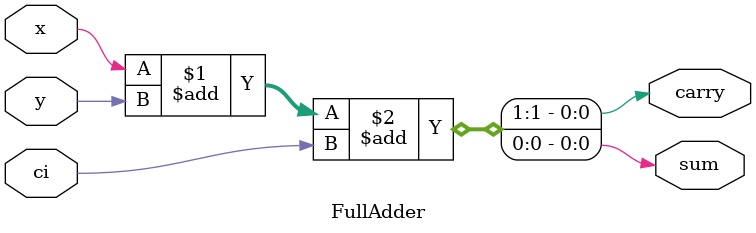
<source format=v>
`timescale 1ns / 1ps


module FullAdder(
input x,y,
input ci,
output carry,
output sum // carry and sum 
    );
    assign {carry, sum} = x + y + ci;
endmodule

</source>
